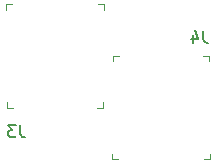
<source format=gbr>
G04 #@! TF.GenerationSoftware,KiCad,Pcbnew,5.1.4+dfsg1-1*
G04 #@! TF.CreationDate,2019-11-09T04:53:54-08:00*
G04 #@! TF.ProjectId,pmod-level-conv,706d6f64-2d6c-4657-9665-6c2d636f6e76,rev?*
G04 #@! TF.SameCoordinates,PX5095e20PY5204180*
G04 #@! TF.FileFunction,Legend,Bot*
G04 #@! TF.FilePolarity,Positive*
%FSLAX46Y46*%
G04 Gerber Fmt 4.6, Leading zero omitted, Abs format (unit mm)*
G04 Created by KiCad (PCBNEW 5.1.4+dfsg1-1) date 2019-11-09 04:53:54*
%MOMM*%
%LPD*%
G04 APERTURE LIST*
%ADD10C,0.100000*%
%ADD11C,0.150000*%
G04 APERTURE END LIST*
D10*
X16350000Y1650000D02*
X16350000Y2150000D01*
X16350000Y1650000D02*
X16850000Y1650000D01*
X24650000Y1650000D02*
X24150000Y1650000D01*
X24650000Y1650000D02*
X24650000Y2150000D01*
X24550000Y10450000D02*
X24050000Y10450000D01*
X24550000Y10450000D02*
X24550000Y9950000D01*
X16450000Y10450000D02*
X16950000Y10450000D01*
X16450000Y10450000D02*
X16450000Y9950000D01*
X15650000Y14800000D02*
X15650000Y14300000D01*
X15650000Y14800000D02*
X15150000Y14800000D01*
X7350000Y14800000D02*
X7850000Y14800000D01*
X7350000Y14800000D02*
X7350000Y14300000D01*
X7450000Y6000000D02*
X7950000Y6000000D01*
X7450000Y6000000D02*
X7450000Y6500000D01*
X15550000Y6000000D02*
X15050000Y6000000D01*
X15550000Y6000000D02*
X15550000Y6500000D01*
D11*
X24083333Y12547620D02*
X24083333Y11833334D01*
X24130952Y11690477D01*
X24226190Y11595239D01*
X24369047Y11547620D01*
X24464285Y11547620D01*
X23178571Y12214286D02*
X23178571Y11547620D01*
X23416666Y12595239D02*
X23654761Y11880953D01*
X23035714Y11880953D01*
X8583333Y4547620D02*
X8583333Y3833334D01*
X8630952Y3690477D01*
X8726190Y3595239D01*
X8869047Y3547620D01*
X8964285Y3547620D01*
X8202380Y4547620D02*
X7583333Y4547620D01*
X7916666Y4166667D01*
X7773809Y4166667D01*
X7678571Y4119048D01*
X7630952Y4071429D01*
X7583333Y3976191D01*
X7583333Y3738096D01*
X7630952Y3642858D01*
X7678571Y3595239D01*
X7773809Y3547620D01*
X8059523Y3547620D01*
X8154761Y3595239D01*
X8202380Y3642858D01*
M02*

</source>
